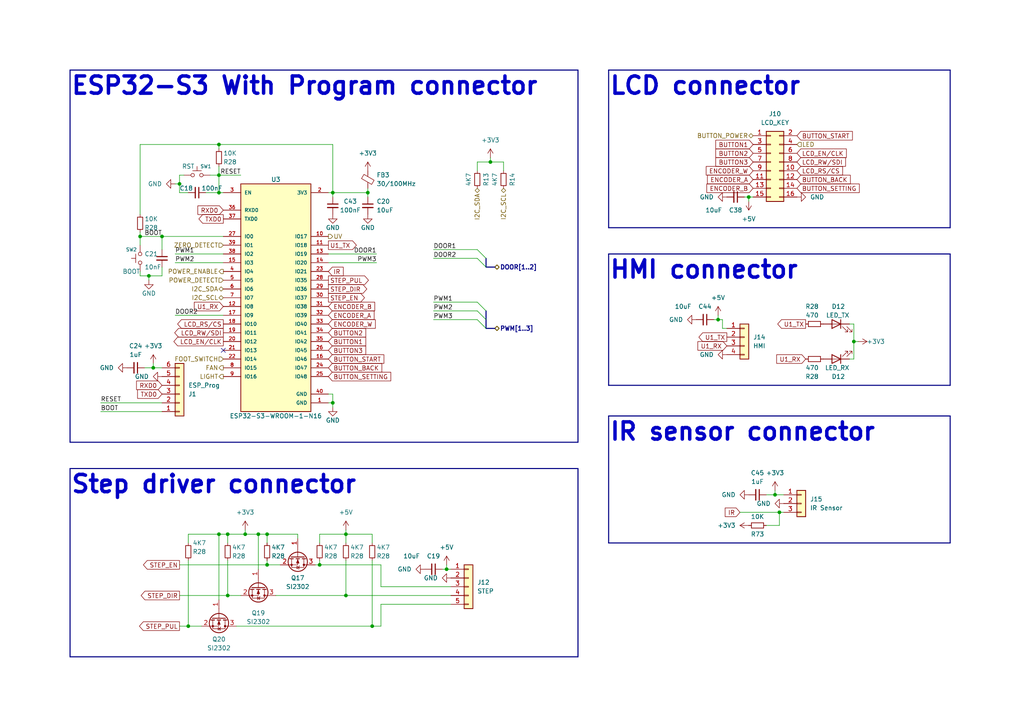
<source format=kicad_sch>
(kicad_sch (version 20230121) (generator eeschema)
  (paper "A4")
  (lib_symbols
    (symbol "Anh_Symbols:ESP32-S3-WROOM-1-N16" (pin_names (offset 1.016))
      (property "Reference" "U" (at -10.16 34.1122 0))
      (property "Value" "ESP32-S3-WROOM-1-N16" (at -10.16 -35.56 0))
      (symbol "ESP32-S3-WROOM-1-N16_0_0"
        (rectangle (start -10.16 -33.02) (end 10.16 33.02) (stroke (width 0.254)) (fill (type background)))
        (pin bidirectional line (at 15.24 17.78 180) (length 5.08) (name "IO17") (number "10"))
        (pin bidirectional line (at 15.24 15.24 180) (length 5.08) (name "IO18") (number "11"))
        (pin bidirectional line (at -15.24 -2.54 0) (length 5.08) (name "IO8") (number "12"))
        (pin bidirectional line (at 15.24 12.7 180) (length 5.08) (name "IO19") (number "13"))
        (pin bidirectional line (at 15.24 10.16 180) (length 5.08) (name "IO20") (number "14"))
        (pin bidirectional line (at -15.24 10.16 0) (length 5.08) (name "IO3") (number "15"))
        (pin bidirectional line (at 15.24 -17.78 180) (length 5.08) (name "IO46") (number "16"))
        (pin bidirectional line (at -15.24 -5.08 0) (length 5.08) (name "IO9") (number "17"))
        (pin bidirectional line (at -15.24 -7.62 0) (length 5.08) (name "IO10") (number "18"))
        (pin bidirectional line (at -15.24 -10.16 0) (length 5.08) (name "IO11") (number "19"))
        (pin power_in line (at 15.24 30.48 180) (length 5.08) (name "3V3") (number "2"))
        (pin bidirectional line (at -15.24 -12.7 0) (length 5.08) (name "IO12") (number "20"))
        (pin bidirectional line (at -15.24 -15.24 0) (length 5.08) (name "IO13") (number "21"))
        (pin bidirectional line (at -15.24 -17.78 0) (length 5.08) (name "IO14") (number "22"))
        (pin bidirectional line (at 15.24 7.62 180) (length 5.08) (name "IO21") (number "23"))
        (pin bidirectional line (at 15.24 -20.32 180) (length 5.08) (name "IO47") (number "24"))
        (pin bidirectional line (at 15.24 -22.86 180) (length 5.08) (name "IO48") (number "25"))
        (pin bidirectional line (at 15.24 -15.24 180) (length 5.08) (name "IO45") (number "26"))
        (pin bidirectional line (at -15.24 17.78 0) (length 5.08) (name "IO0") (number "27"))
        (pin bidirectional line (at 15.24 5.08 180) (length 5.08) (name "IO35") (number "28"))
        (pin bidirectional line (at 15.24 2.54 180) (length 5.08) (name "IO36") (number "29"))
        (pin input line (at -15.24 30.48 0) (length 5.08) (name "EN") (number "3"))
        (pin bidirectional line (at 15.24 0 180) (length 5.08) (name "IO37") (number "30"))
        (pin bidirectional line (at 15.24 -2.54 180) (length 5.08) (name "IO38") (number "31"))
        (pin bidirectional line (at 15.24 -5.08 180) (length 5.08) (name "IO39") (number "32"))
        (pin bidirectional line (at 15.24 -7.62 180) (length 5.08) (name "IO40") (number "33"))
        (pin bidirectional line (at 15.24 -10.16 180) (length 5.08) (name "IO41") (number "34"))
        (pin bidirectional line (at 15.24 -12.7 180) (length 5.08) (name "IO42") (number "35"))
        (pin bidirectional line (at -15.24 25.4 0) (length 5.08) (name "RXD0") (number "36"))
        (pin bidirectional line (at -15.24 22.86 0) (length 5.08) (name "TXD0") (number "37"))
        (pin bidirectional line (at -15.24 12.7 0) (length 5.08) (name "IO2") (number "38"))
        (pin bidirectional line (at -15.24 15.24 0) (length 5.08) (name "IO1") (number "39"))
        (pin bidirectional line (at -15.24 7.62 0) (length 5.08) (name "IO4") (number "4"))
        (pin bidirectional line (at -15.24 5.08 0) (length 5.08) (name "IO5") (number "5"))
        (pin bidirectional line (at -15.24 2.54 0) (length 5.08) (name "IO6") (number "6"))
        (pin bidirectional line (at -15.24 0 0) (length 5.08) (name "IO7") (number "7"))
        (pin bidirectional line (at -15.24 -20.32 0) (length 5.08) (name "IO15") (number "8"))
        (pin bidirectional line (at -15.24 -22.86 0) (length 5.08) (name "IO16") (number "9"))
      )
      (symbol "ESP32-S3-WROOM-1-N16_1_0"
        (pin power_in line (at 15.24 -30.48 180) (length 5.08) (name "GND") (number "1"))
        (pin power_in line (at 15.24 -27.94 180) (length 5.08) (name "GND") (number "40"))
        (pin power_in line (at 15.24 -27.94 180) (length 5.08) hide (name "GND") (number "41_1"))
        (pin power_in line (at 15.24 -27.94 180) (length 5.08) hide (name "GND") (number "41_2"))
        (pin power_in line (at 15.24 -27.94 180) (length 5.08) hide (name "GND") (number "41_3"))
        (pin power_in line (at 15.24 -27.94 180) (length 5.08) hide (name "GND") (number "41_4"))
        (pin power_in line (at 15.24 -27.94 180) (length 5.08) hide (name "GND") (number "41_5"))
        (pin power_in line (at 15.24 -27.94 180) (length 5.08) hide (name "GND") (number "41_6"))
        (pin power_in line (at 15.24 -27.94 180) (length 5.08) hide (name "GND") (number "41_7"))
        (pin power_in line (at 15.24 -27.94 180) (length 5.08) hide (name "GND") (number "41_8"))
        (pin power_in line (at 15.24 -27.94 180) (length 5.08) hide (name "GND") (number "41_9"))
      )
    )
    (symbol "Anh_Symbols:SW_Button1" (pin_numbers hide) (pin_names hide)
      (property "Reference" "SW" (at 0 3.81 0))
      (symbol "SW_Button1_0_1"
        (circle (center -1.27 0) (radius 0.508))
        (polyline (pts (xy 0 1.27) (xy 0 2.54)))
        (polyline (pts (xy 1.27 1.27) (xy -1.27 1.27)))
        (circle (center 1.27 0) (radius 0.508))
      )
      (symbol "SW_Button1_1_1"
        (pin passive line (at -3.81 0 0) (length 2) (name "1") (number "1"))
        (pin passive line (at 3.81 0 180) (length 2) (name "2") (number "2"))
      )
    )
    (symbol "Connector_Generic:Conn_01x03" (pin_names (offset 1.016) hide)
      (property "Reference" "J" (at 0 5.08 0))
      (property "Value" "Conn_01x03" (at 0 -5.08 0))
      (symbol "Conn_01x03_1_1"
        (rectangle (start -1.27 -2.413) (end 0 -2.667) (stroke (width 0.1524)))
        (rectangle (start -1.27 0.127) (end 0 -0.127) (stroke (width 0.1524)))
        (rectangle (start -1.27 2.667) (end 0 2.413) (stroke (width 0.1524)))
        (rectangle (start -1.27 3.81) (end 1.27 -3.81) (stroke (width 0.254)) (fill (type background)))
        (pin passive line (at -5.08 2.54 0) (length 3.81) (name "Pin_1") (number "1"))
        (pin passive line (at -5.08 0 0) (length 3.81) (name "Pin_2") (number "2"))
        (pin passive line (at -5.08 -2.54 0) (length 3.81) (name "Pin_3") (number "3"))
      )
    )
    (symbol "Connector_Generic:Conn_01x04" (pin_names (offset 1.016) hide)
      (property "Reference" "J" (at 0 5.08 0))
      (property "Value" "Conn_01x04" (at 0 -7.62 0))
      (symbol "Conn_01x04_1_1"
        (rectangle (start -1.27 -4.953) (end 0 -5.207) (stroke (width 0.1524)))
        (rectangle (start -1.27 -2.413) (end 0 -2.667) (stroke (width 0.1524)))
        (rectangle (start -1.27 0.127) (end 0 -0.127) (stroke (width 0.1524)))
        (rectangle (start -1.27 2.667) (end 0 2.413) (stroke (width 0.1524)))
        (rectangle (start -1.27 3.81) (end 1.27 -6.35) (stroke (width 0.254)) (fill (type background)))
        (pin passive line (at -5.08 2.54 0) (length 3.81) (name "Pin_1") (number "1"))
        (pin passive line (at -5.08 0 0) (length 3.81) (name "Pin_2") (number "2"))
        (pin passive line (at -5.08 -2.54 0) (length 3.81) (name "Pin_3") (number "3"))
        (pin passive line (at -5.08 -5.08 0) (length 3.81) (name "Pin_4") (number "4"))
      )
    )
    (symbol "Connector_Generic:Conn_01x05" (pin_names (offset 1.016) hide)
      (property "Reference" "J" (at 0 7.62 0))
      (property "Value" "Conn_01x05" (at 0 -7.62 0))
      (symbol "Conn_01x05_1_1"
        (rectangle (start -1.27 -4.953) (end 0 -5.207) (stroke (width 0.1524)))
        (rectangle (start -1.27 -2.413) (end 0 -2.667) (stroke (width 0.1524)))
        (rectangle (start -1.27 0.127) (end 0 -0.127) (stroke (width 0.1524)))
        (rectangle (start -1.27 2.667) (end 0 2.413) (stroke (width 0.1524)))
        (rectangle (start -1.27 5.207) (end 0 4.953) (stroke (width 0.1524)))
        (rectangle (start -1.27 6.35) (end 1.27 -6.35) (stroke (width 0.254)) (fill (type background)))
        (pin passive line (at -5.08 5.08 0) (length 3.81) (name "Pin_1") (number "1"))
        (pin passive line (at -5.08 2.54 0) (length 3.81) (name "Pin_2") (number "2"))
        (pin passive line (at -5.08 0 0) (length 3.81) (name "Pin_3") (number "3"))
        (pin passive line (at -5.08 -2.54 0) (length 3.81) (name "Pin_4") (number "4"))
        (pin passive line (at -5.08 -5.08 0) (length 3.81) (name "Pin_5") (number "5"))
      )
    )
    (symbol "Connector_Generic:Conn_01x06" (pin_names (offset 1.016) hide)
      (property "Reference" "J" (at 0 7.62 0))
      (property "Value" "Conn_01x06" (at 0 -10.16 0))
      (symbol "Conn_01x06_1_1"
        (rectangle (start -1.27 -7.493) (end 0 -7.747) (stroke (width 0.1524)))
        (rectangle (start -1.27 -4.953) (end 0 -5.207) (stroke (width 0.1524)))
        (rectangle (start -1.27 -2.413) (end 0 -2.667) (stroke (width 0.1524)))
        (rectangle (start -1.27 0.127) (end 0 -0.127) (stroke (width 0.1524)))
        (rectangle (start -1.27 2.667) (end 0 2.413) (stroke (width 0.1524)))
        (rectangle (start -1.27 5.207) (end 0 4.953) (stroke (width 0.1524)))
        (rectangle (start -1.27 6.35) (end 1.27 -8.89) (stroke (width 0.254)) (fill (type background)))
        (pin passive line (at -5.08 5.08 0) (length 3.81) (name "Pin_1") (number "1"))
        (pin passive line (at -5.08 2.54 0) (length 3.81) (name "Pin_2") (number "2"))
        (pin passive line (at -5.08 0 0) (length 3.81) (name "Pin_3") (number "3"))
        (pin passive line (at -5.08 -2.54 0) (length 3.81) (name "Pin_4") (number "4"))
        (pin passive line (at -5.08 -5.08 0) (length 3.81) (name "Pin_5") (number "5"))
        (pin passive line (at -5.08 -7.62 0) (length 3.81) (name "Pin_6") (number "6"))
      )
    )
    (symbol "Connector_Generic:Conn_02x08_Odd_Even" (pin_names (offset 1.016) hide)
      (property "Reference" "J" (at 1.27 10.16 0))
      (property "Value" "Conn_02x08_Odd_Even" (at 1.27 -12.7 0))
      (symbol "Conn_02x08_Odd_Even_1_1"
        (rectangle (start -1.27 -10.033) (end 0 -10.287) (stroke (width 0.1524)))
        (rectangle (start -1.27 -7.493) (end 0 -7.747) (stroke (width 0.1524)))
        (rectangle (start -1.27 -4.953) (end 0 -5.207) (stroke (width 0.1524)))
        (rectangle (start -1.27 -2.413) (end 0 -2.667) (stroke (width 0.1524)))
        (rectangle (start -1.27 0.127) (end 0 -0.127) (stroke (width 0.1524)))
        (rectangle (start -1.27 2.667) (end 0 2.413) (stroke (width 0.1524)))
        (rectangle (start -1.27 5.207) (end 0 4.953) (stroke (width 0.1524)))
        (rectangle (start -1.27 7.747) (end 0 7.493) (stroke (width 0.1524)))
        (rectangle (start -1.27 8.89) (end 3.81 -11.43) (stroke (width 0.254)) (fill (type background)))
        (rectangle (start 3.81 -10.033) (end 2.54 -10.287) (stroke (width 0.1524)))
        (rectangle (start 3.81 -7.493) (end 2.54 -7.747) (stroke (width 0.1524)))
        (rectangle (start 3.81 -4.953) (end 2.54 -5.207) (stroke (width 0.1524)))
        (rectangle (start 3.81 -2.413) (end 2.54 -2.667) (stroke (width 0.1524)))
        (rectangle (start 3.81 0.127) (end 2.54 -0.127) (stroke (width 0.1524)))
        (rectangle (start 3.81 2.667) (end 2.54 2.413) (stroke (width 0.1524)))
        (rectangle (start 3.81 5.207) (end 2.54 4.953) (stroke (width 0.1524)))
        (rectangle (start 3.81 7.747) (end 2.54 7.493) (stroke (width 0.1524)))
        (pin passive line (at -5.08 7.62 0) (length 3.81) (name "Pin_1") (number "1"))
        (pin passive line (at 7.62 -2.54 180) (length 3.81) (name "Pin_10") (number "10"))
        (pin passive line (at -5.08 -5.08 0) (length 3.81) (name "Pin_11") (number "11"))
        (pin passive line (at 7.62 -5.08 180) (length 3.81) (name "Pin_12") (number "12"))
        (pin passive line (at -5.08 -7.62 0) (length 3.81) (name "Pin_13") (number "13"))
        (pin passive line (at 7.62 -7.62 180) (length 3.81) (name "Pin_14") (number "14"))
        (pin passive line (at -5.08 -10.16 0) (length 3.81) (name "Pin_15") (number "15"))
        (pin passive line (at 7.62 -10.16 180) (length 3.81) (name "Pin_16") (number "16"))
        (pin passive line (at 7.62 7.62 180) (length 3.81) (name "Pin_2") (number "2"))
        (pin passive line (at -5.08 5.08 0) (length 3.81) (name "Pin_3") (number "3"))
        (pin passive line (at 7.62 5.08 180) (length 3.81) (name "Pin_4") (number "4"))
        (pin passive line (at -5.08 2.54 0) (length 3.81) (name "Pin_5") (number "5"))
        (pin passive line (at 7.62 2.54 180) (length 3.81) (name "Pin_6") (number "6"))
        (pin passive line (at -5.08 0 0) (length 3.81) (name "Pin_7") (number "7"))
        (pin passive line (at 7.62 0 180) (length 3.81) (name "Pin_8") (number "8"))
        (pin passive line (at -5.08 -2.54 0) (length 3.81) (name "Pin_9") (number "9"))
      )
    )
    (symbol "Device:C_Small" (pin_numbers hide) (pin_names (offset 0.254) hide)
      (property "Reference" "C" (at 0.254 1.778 0))
      (property "Value" "C_Small" (at 0.254 -2.032 0))
      (symbol "C_Small_0_1"
        (polyline (pts (xy -1.524 -0.508) (xy 1.524 -0.508)) (stroke (width 0.3302)))
        (polyline (pts (xy -1.524 0.508) (xy 1.524 0.508)) (stroke (width 0.3048)))
      )
      (symbol "C_Small_1_1"
        (pin passive line (at 0 2.54 270) (length 2.032) (name "~") (number "1"))
        (pin passive line (at 0 -2.54 90) (length 2.032) (name "~") (number "2"))
      )
    )
    (symbol "Device:FerriteBead_Small" (pin_numbers hide) (pin_names (offset 0))
      (property "Reference" "FB" (at 1.905 1.27 0))
      (property "Value" "FerriteBead_Small" (at 1.905 -1.27 0))
      (symbol "FerriteBead_Small_0_1"
        (polyline (pts (xy 0 -1.27) (xy 0 -0.7874)))
        (polyline (pts (xy 0 0.889) (xy 0 1.2954)))
        (polyline (pts (xy -1.8288 0.2794) (xy -1.1176 1.4986) (xy 1.8288 -0.2032) (xy 1.1176 -1.4224) (xy -1.8288 0.2794)))
      )
      (symbol "FerriteBead_Small_1_1"
        (pin passive line (at 0 2.54 270) (length 1.27) (name "~") (number "1"))
        (pin passive line (at 0 -2.54 90) (length 1.27) (name "~") (number "2"))
      )
    )
    (symbol "Device:LED" (pin_numbers hide) (pin_names (offset 1.016) hide)
      (property "Reference" "D" (at 0 2.54 0))
      (property "Value" "LED" (at 0 -2.54 0))
      (symbol "LED_0_1"
        (polyline (pts (xy -1.27 -1.27) (xy -1.27 1.27)) (stroke (width 0.254)))
        (polyline (pts (xy -1.27 0) (xy 1.27 0)))
        (polyline (pts (xy 1.27 -1.27) (xy 1.27 1.27) (xy -1.27 0) (xy 1.27 -1.27)) (stroke (width 0.254)))
        (polyline (pts (xy -3.048 -0.762) (xy -4.572 -2.286) (xy -3.81 -2.286) (xy -4.572 -2.286) (xy -4.572 -1.524)))
        (polyline (pts (xy -1.778 -0.762) (xy -3.302 -2.286) (xy -2.54 -2.286) (xy -3.302 -2.286) (xy -3.302 -1.524)))
      )
      (symbol "LED_1_1"
        (pin passive line (at -3.81 0 0) (length 2.54) (name "K") (number "1"))
        (pin passive line (at 3.81 0 180) (length 2.54) (name "A") (number "2"))
      )
    )
    (symbol "Device:R_Small" (pin_numbers hide) (pin_names (offset 0.254) hide)
      (property "Reference" "R" (at 0.762 0.508 0))
      (property "Value" "R_Small" (at 0.762 -1.016 0))
      (symbol "R_Small_0_1"
        (rectangle (start -0.762 1.778) (end 0.762 -1.778) (stroke (width 0.2032)))
      )
      (symbol "R_Small_1_1"
        (pin passive line (at 0 2.54 270) (length 0.762) (name "~") (number "1"))
        (pin passive line (at 0 -2.54 90) (length 0.762) (name "~") (number "2"))
      )
    )
    (symbol "Transistor_FET:DMN13H750S" (pin_names hide)
      (property "Reference" "Q" (at 5.08 1.905 0))
      (property "Value" "DMN13H750S" (at 5.08 0 0))
      (symbol "DMN13H750S_0_1"
        (polyline (pts (xy 0.254 0) (xy -2.54 0)))
        (polyline (pts (xy 0.254 1.905) (xy 0.254 -1.905)) (stroke (width 0.254)))
        (polyline (pts (xy 0.762 -1.27) (xy 0.762 -2.286)) (stroke (width 0.254)))
        (polyline (pts (xy 0.762 0.508) (xy 0.762 -0.508)) (stroke (width 0.254)))
        (polyline (pts (xy 0.762 2.286) (xy 0.762 1.27)) (stroke (width 0.254)))
        (polyline (pts (xy 2.54 2.54) (xy 2.54 1.778)))
        (polyline (pts (xy 2.54 -2.54) (xy 2.54 0) (xy 0.762 0)))
        (polyline (pts (xy 0.762 -1.778) (xy 3.302 -1.778) (xy 3.302 1.778) (xy 0.762 1.778)))
        (polyline (pts (xy 1.016 0) (xy 2.032 0.381) (xy 2.032 -0.381) (xy 1.016 0)) (fill (type outline)))
        (polyline (pts (xy 2.794 0.508) (xy 2.921 0.381) (xy 3.683 0.381) (xy 3.81 0.254)))
        (polyline (pts (xy 3.302 0.381) (xy 2.921 -0.254) (xy 3.683 -0.254) (xy 3.302 0.381)))
        (circle (center 1.651 0) (radius 2.794) (stroke (width 0.254)))
        (circle (center 2.54 -1.778) (radius 0.254) (fill (type outline)))
        (circle (center 2.54 1.778) (radius 0.254) (fill (type outline)))
      )
      (symbol "DMN13H750S_1_1"
        (pin input line (at -5.08 0 0) (length 2.54) (name "G") (number "1"))
        (pin passive line (at 2.54 -5.08 90) (length 2.54) (name "S") (number "2"))
        (pin passive line (at 2.54 5.08 270) (length 2.54) (name "D") (number "3"))
      )
    )
    (symbol "power:+3V3" (power) (pin_names (offset 0))
      (property "Value" "+3V3" (at 0 3.556 0))
      (symbol "+3V3_0_1"
        (polyline (pts (xy -0.762 1.27) (xy 0 2.54)))
        (polyline (pts (xy 0 0) (xy 0 2.54)))
        (polyline (pts (xy 0 2.54) (xy 0.762 1.27)))
      )
      (symbol "+3V3_1_1"
        (pin power_in line (at 0 0 90) (length 0) hide (name "+3V3") (number "1"))
      )
    )
    (symbol "power:+5V" (power) (pin_names (offset 0))
      (property "Value" "+5V" (at 0 3.556 0))
      (symbol "+5V_0_1"
        (polyline (pts (xy -0.762 1.27) (xy 0 2.54)))
        (polyline (pts (xy 0 0) (xy 0 2.54)))
        (polyline (pts (xy 0 2.54) (xy 0.762 1.27)))
      )
      (symbol "+5V_1_1"
        (pin power_in line (at 0 0 90) (length 0) hide (name "+5V") (number "1"))
      )
    )
    (symbol "power:GND" (power) (pin_names (offset 0))
      (property "Value" "GND" (at 0 -3.81 0))
      (symbol "GND_0_1"
        (polyline (pts (xy 0 0) (xy 0 -1.27) (xy 1.27 -1.27) (xy 0 -2.54) (xy -1.27 -1.27) (xy 0 -1.27)))
      )
      (symbol "GND_1_1"
        (pin power_in line (at 0 0 270) (length 0) hide (name "GND") (number "1"))
      )
    )
  )
  (junction (at 92.71 163.83))
  (junction (at 66.04 172.72))
  (junction (at 217.17 57.15))
  (junction (at 224.79 143.51))
  (junction (at 247.65 99.06))
  (junction (at 74.93 154.94))
  (junction (at 96.52 116.84))
  (junction (at 100.33 154.94))
  (junction (at 44.45 106.68))
  (junction (at 63.5 154.94))
  (junction (at 66.04 154.94))
  (junction (at 106.68 55.88))
  (junction (at 77.47 154.94))
  (junction (at 107.95 181.61))
  (junction (at 54.61 181.61))
  (junction (at 46.99 68.58))
  (junction (at 43.18 80.01))
  (junction (at 208.28 92.71))
  (junction (at 100.33 172.72))
  (junction (at 63.5 41.91))
  (junction (at 226.06 148.59))
  (junction (at 63.5 50.8))
  (junction (at 142.24 46.99))
  (junction (at 40.64 68.58))
  (junction (at 63.5 55.88))
  (junction (at 71.12 154.94))
  (junction (at 96.52 55.88))
  (junction (at 77.47 163.83))
  (junction (at 52.07 53.34))
  (junction (at 129.54 165.1))
  (no_connect (at 64.77 101.6))
  (bus_entry (at 138.43 90.17) (size 2.54 2.54))
  (bus_entry (at 138.43 87.63) (size 2.54 2.54))
  (bus_entry (at 138.43 74.93) (size 2.54 2.54))
  (bus_entry (at 138.43 72.39) (size 2.54 2.54))
  (bus_entry (at 138.43 92.71) (size 2.54 2.54))
  (wire (pts (xy 110.49 181.61) (xy 107.95 181.61)))
  (wire (pts (xy 96.52 114.3) (xy 96.52 116.84)))
  (wire (pts (xy 43.18 80.01) (xy 40.64 80.01)))
  (wire (pts (xy 46.99 68.58) (xy 64.77 68.58)))
  (wire (pts (xy 63.5 55.88) (xy 63.5 50.8)))
  (bus (pts (xy 167.64 135.89) (xy 20.32 135.89)))
  (bus (pts (xy 275.59 120.65) (xy 275.59 157.48)))
  (bus (pts (xy 176.53 111.76) (xy 275.59 111.76)))
  (bus (pts (xy 176.53 20.32) (xy 275.59 20.32)))
  (wire (pts (xy 125.73 90.17) (xy 138.43 90.17)))
  (wire (pts (xy 208.28 92.71) (xy 208.28 91.44)))
  (bus (pts (xy 176.53 157.48) (xy 275.59 157.48)))
  (wire (pts (xy 40.64 68.58) (xy 40.64 71.12)))
  (wire (pts (xy 54.61 55.88) (xy 52.07 55.88)))
  (wire (pts (xy 44.45 106.68) (xy 46.99 106.68)))
  (wire (pts (xy 110.49 163.83) (xy 92.71 163.83)))
  (bus (pts (xy 167.64 20.32) (xy 167.64 128.27)))
  (wire (pts (xy 209.55 95.25) (xy 210.82 95.25)))
  (bus (pts (xy 167.64 128.27) (xy 20.32 128.27)))
  (bus (pts (xy 176.53 73.66) (xy 176.53 111.76)))
  (wire (pts (xy 77.47 154.94) (xy 77.47 157.48)))
  (wire (pts (xy 209.55 92.71) (xy 209.55 95.25)))
  (wire (pts (xy 52.07 172.72) (xy 66.04 172.72)))
  (wire (pts (xy 246.38 93.98) (xy 247.65 93.98)))
  (wire (pts (xy 46.99 80.01) (xy 43.18 80.01)))
  (wire (pts (xy 224.79 142.24) (xy 224.79 143.51)))
  (wire (pts (xy 63.5 50.8) (xy 60.96 50.8)))
  (wire (pts (xy 96.52 55.88) (xy 106.68 55.88)))
  (bus (pts (xy 20.32 135.89) (xy 20.32 190.5)))
  (bus (pts (xy 176.53 20.32) (xy 176.53 66.04)))
  (wire (pts (xy 100.33 154.94) (xy 100.33 157.48)))
  (bus (pts (xy 140.97 90.17) (xy 140.97 92.71)))
  (wire (pts (xy 106.68 54.61) (xy 106.68 55.88)))
  (bus (pts (xy 275.59 111.76) (xy 275.59 73.66)))
  (wire (pts (xy 52.07 50.8) (xy 53.34 50.8)))
  (wire (pts (xy 214.63 148.59) (xy 226.06 148.59)))
  (wire (pts (xy 125.73 92.71) (xy 138.43 92.71)))
  (wire (pts (xy 63.5 55.88) (xy 59.69 55.88)))
  (wire (pts (xy 54.61 154.94) (xy 63.5 154.94)))
  (wire (pts (xy 92.71 154.94) (xy 92.71 157.48)))
  (wire (pts (xy 222.25 152.4) (xy 226.06 152.4)))
  (wire (pts (xy 100.33 153.67) (xy 100.33 154.94)))
  (wire (pts (xy 40.64 67.31) (xy 40.64 68.58)))
  (wire (pts (xy 40.64 80.01) (xy 40.64 78.74)))
  (wire (pts (xy 52.07 181.61) (xy 54.61 181.61)))
  (wire (pts (xy 100.33 172.72) (xy 130.81 172.72)))
  (wire (pts (xy 77.47 163.83) (xy 81.28 163.83)))
  (wire (pts (xy 77.47 154.94) (xy 86.36 154.94)))
  (wire (pts (xy 110.49 175.26) (xy 130.81 175.26)))
  (wire (pts (xy 50.8 73.66) (xy 64.77 73.66)))
  (wire (pts (xy 125.73 74.93) (xy 138.43 74.93)))
  (wire (pts (xy 110.49 175.26) (xy 110.49 181.61)))
  (wire (pts (xy 71.12 154.94) (xy 74.93 154.94)))
  (wire (pts (xy 100.33 172.72) (xy 80.01 172.72)))
  (wire (pts (xy 100.33 154.94) (xy 92.71 154.94)))
  (bus (pts (xy 20.32 190.5) (xy 167.64 190.5)))
  (wire (pts (xy 54.61 162.56) (xy 54.61 181.61)))
  (wire (pts (xy 63.5 48.26) (xy 63.5 50.8)))
  (wire (pts (xy 107.95 157.48) (xy 107.95 154.94)))
  (bus (pts (xy 275.59 20.32) (xy 275.59 66.04)))
  (wire (pts (xy 226.06 152.4) (xy 226.06 148.59)))
  (wire (pts (xy 95.25 114.3) (xy 96.52 114.3)))
  (wire (pts (xy 29.21 119.38) (xy 46.99 119.38)))
  (wire (pts (xy 247.65 93.98) (xy 247.65 99.06)))
  (bus (pts (xy 140.97 92.71) (xy 140.97 95.25)))
  (wire (pts (xy 50.8 91.44) (xy 64.77 91.44)))
  (wire (pts (xy 142.24 45.72) (xy 142.24 46.99)))
  (wire (pts (xy 125.73 87.63) (xy 138.43 87.63)))
  (wire (pts (xy 63.5 43.18) (xy 63.5 41.91)))
  (wire (pts (xy 96.52 116.84) (xy 95.25 116.84)))
  (wire (pts (xy 63.5 173.99) (xy 63.5 154.94)))
  (wire (pts (xy 63.5 41.91) (xy 96.52 41.91)))
  (wire (pts (xy 52.07 55.88) (xy 52.07 53.34)))
  (bus (pts (xy 20.32 20.32) (xy 167.64 20.32)))
  (wire (pts (xy 52.07 50.8) (xy 52.07 53.34)))
  (wire (pts (xy 52.07 53.34) (xy 50.8 53.34)))
  (wire (pts (xy 63.5 154.94) (xy 66.04 154.94)))
  (wire (pts (xy 208.28 92.71) (xy 209.55 92.71)))
  (bus (pts (xy 167.64 135.89) (xy 167.64 190.5)))
  (wire (pts (xy 54.61 154.94) (xy 54.61 157.48)))
  (wire (pts (xy 100.33 162.56) (xy 100.33 172.72)))
  (wire (pts (xy 50.8 76.2) (xy 64.77 76.2)))
  (bus (pts (xy 140.97 77.47) (xy 143.51 77.47)))
  (wire (pts (xy 207.01 92.71) (xy 208.28 92.71)))
  (wire (pts (xy 107.95 162.56) (xy 107.95 181.61)))
  (wire (pts (xy 248.92 99.06) (xy 247.65 99.06)))
  (wire (pts (xy 215.9 57.15) (xy 217.17 57.15)))
  (wire (pts (xy 138.43 46.99) (xy 138.43 49.53)))
  (wire (pts (xy 217.17 57.15) (xy 217.17 58.42)))
  (wire (pts (xy 222.25 143.51) (xy 224.79 143.51)))
  (bus (pts (xy 176.53 73.66) (xy 275.59 73.66)))
  (wire (pts (xy 66.04 172.72) (xy 69.85 172.72)))
  (wire (pts (xy 217.17 57.15) (xy 218.44 57.15)))
  (wire (pts (xy 46.99 68.58) (xy 46.99 72.39)))
  (wire (pts (xy 142.24 46.99) (xy 138.43 46.99)))
  (wire (pts (xy 224.79 143.51) (xy 227.33 143.51)))
  (bus (pts (xy 176.53 120.65) (xy 176.53 157.48)))
  (bus (pts (xy 140.97 95.25) (xy 143.51 95.25)))
  (bus (pts (xy 20.32 128.27) (xy 20.32 20.32)))
  (wire (pts (xy 71.12 153.67) (xy 71.12 154.94)))
  (wire (pts (xy 69.85 50.8) (xy 63.5 50.8)))
  (wire (pts (xy 146.05 49.53) (xy 146.05 46.99)))
  (bus (pts (xy 275.59 120.65) (xy 176.53 120.65)))
  (wire (pts (xy 130.81 170.18) (xy 110.49 170.18)))
  (wire (pts (xy 54.61 181.61) (xy 58.42 181.61)))
  (wire (pts (xy 91.44 163.83) (xy 92.71 163.83)))
  (wire (pts (xy 74.93 154.94) (xy 74.93 165.1)))
  (wire (pts (xy 96.52 55.88) (xy 96.52 57.15)))
  (wire (pts (xy 86.36 154.94) (xy 86.36 156.21)))
  (wire (pts (xy 63.5 55.88) (xy 64.77 55.88)))
  (wire (pts (xy 146.05 46.99) (xy 142.24 46.99)))
  (wire (pts (xy 77.47 162.56) (xy 77.47 163.83)))
  (wire (pts (xy 29.21 116.84) (xy 46.99 116.84)))
  (wire (pts (xy 46.99 68.58) (xy 40.64 68.58)))
  (wire (pts (xy 226.06 148.59) (xy 227.33 148.59)))
  (wire (pts (xy 41.91 106.68) (xy 44.45 106.68)))
  (wire (pts (xy 125.73 72.39) (xy 138.43 72.39)))
  (wire (pts (xy 66.04 154.94) (xy 66.04 157.48)))
  (wire (pts (xy 52.07 163.83) (xy 77.47 163.83)))
  (wire (pts (xy 106.68 55.88) (xy 106.68 57.15)))
  (wire (pts (xy 107.95 181.61) (xy 68.58 181.61)))
  (wire (pts (xy 247.65 99.06) (xy 247.65 104.14)))
  (wire (pts (xy 247.65 104.14) (xy 246.38 104.14)))
  (wire (pts (xy 92.71 163.83) (xy 92.71 162.56)))
  (wire (pts (xy 129.54 165.1) (xy 130.81 165.1)))
  (wire (pts (xy 95.25 55.88) (xy 96.52 55.88)))
  (wire (pts (xy 66.04 154.94) (xy 71.12 154.94)))
  (wire (pts (xy 109.22 73.66) (xy 95.25 73.66)))
  (wire (pts (xy 74.93 154.94) (xy 77.47 154.94)))
  (wire (pts (xy 66.04 162.56) (xy 66.04 172.72)))
  (wire (pts (xy 95.25 76.2) (xy 109.22 76.2)))
  (wire (pts (xy 43.18 80.01) (xy 43.18 81.28)))
  (wire (pts (xy 96.52 41.91) (xy 96.52 55.88)))
  (wire (pts (xy 129.54 163.83) (xy 129.54 165.1)))
  (wire (pts (xy 44.45 105.41) (xy 44.45 106.68)))
  (wire (pts (xy 107.95 154.94) (xy 100.33 154.94)))
  (bus (pts (xy 275.59 66.04) (xy 176.53 66.04)))
  (wire (pts (xy 128.27 165.1) (xy 129.54 165.1)))
  (wire (pts (xy 110.49 170.18) (xy 110.49 163.83)))
  (wire (pts (xy 46.99 77.47) (xy 46.99 80.01)))
  (wire (pts (xy 96.52 116.84) (xy 96.52 118.11)))
  (wire (pts (xy 40.64 41.91) (xy 63.5 41.91)))
  (bus (pts (xy 140.97 74.93) (xy 140.97 77.47)))
  (wire (pts (xy 40.64 41.91) (xy 40.64 62.23)))
  (text "LCD connector" (at 176.53 27.94 0) (effects (font (size 5 5) bold) (justify left bottom)))
  (text "HMI connector" (at 176.53 81.28 0) (effects (font (size 5 5) bold) (justify left bottom)))
  (text "IR sensor connector" (at 176.53 128.27 0) (effects (font (size 5 5) bold) (justify left bottom)))
  (text "Step driver connector" (at 20.32 143.51 0) (effects (font (size 5 5) (thickness 1) bold) (justify left bottom)))
  (text "ESP32-S3 With Program connector" (at 20.32 27.94 0) (effects (font (size 5 5) (thickness 1) bold) (justify left bottom)))
  (label "DOOR2" (at 50.8 91.44 0))
  (label "RESET" (at 69.85 50.8 180))
  (label "PWM2" (at 50.8 76.2 0))
  (label "DOOR2" (at 125.73 74.93 0))
  (label "DOOR1" (at 125.73 72.39 0))
  (label "DOOR1" (at 109.22 73.66 180))
  (label "PWM2" (at 125.73 90.17 0))
  (label "PWM1" (at 125.73 87.63 0))
  (label "BOOT" (at 29.21 119.38 0))
  (label "PWM1" (at 50.8 73.66 0))
  (label "PWM3" (at 125.73 92.71 0))
  (label "RESET" (at 29.21 116.84 0))
  (label "BOOT" (at 46.99 68.58 180))
  (label "PWM3" (at 109.22 76.2 180))
  (global_label "U1_TX" (shape output) (at 95.25 71.12 0) (property "Intersheetrefs" "${INTERSHEET_REFS}" (effects hide)))
  (global_label "BUTTON1" (shape input) (at 218.44 41.91 180) (property "Intersheetrefs" "${INTERSHEET_REFS}" (effects hide)))
  (global_label "ENCODER_B" (shape input) (at 218.44 54.61 180) (property "Intersheetrefs" "${INTERSHEET_REFS}" (effects hide)))
  (global_label "BUTTON_START" (shape input) (at 231.14 39.37 0) (property "Intersheetrefs" "${INTERSHEET_REFS}" (effects hide)))
  (global_label "BUTTON_SETTING" (shape input) (at 231.14 54.61 0) (property "Intersheetrefs" "${INTERSHEET_REFS}" (effects hide)))
  (global_label "BUTTON1" (shape input) (at 95.25 99.06 0) (property "Intersheetrefs" "${INTERSHEET_REFS}" (effects hide)))
  (global_label "U1_RX" (shape input) (at 233.68 104.14 180) (property "Intersheetrefs" "${INTERSHEET_REFS}" (effects hide)))
  (global_label "ENCODER_W" (shape input) (at 95.25 93.98 0) (property "Intersheetrefs" "${INTERSHEET_REFS}" (effects hide)))
  (global_label "STEP_EN" (shape output) (at 52.07 163.83 180) (property "Intersheetrefs" "${INTERSHEET_REFS}" (effects hide)))
  (global_label "STEP_DIR" (shape output) (at 95.25 83.82 0) (property "Intersheetrefs" "${INTERSHEET_REFS}" (effects hide)))
  (global_label "LCD_RS{slash}CS" (shape output) (at 64.77 93.98 180) (property "Intersheetrefs" "${INTERSHEET_REFS}" (effects hide)))
  (global_label "ENCODER_A" (shape input) (at 218.44 52.07 180) (property "Intersheetrefs" "${INTERSHEET_REFS}" (effects hide)))
  (global_label "U1_TX" (shape output) (at 210.82 97.79 180) (property "Intersheetrefs" "${INTERSHEET_REFS}" (effects hide)))
  (global_label "ENCODER_W" (shape input) (at 218.44 49.53 180) (property "Intersheetrefs" "${INTERSHEET_REFS}" (effects hide)))
  (global_label "LCD_EN{slash}CLK" (shape input) (at 231.14 44.45 0) (property "Intersheetrefs" "${INTERSHEET_REFS}" (effects hide)))
  (global_label "STEP_PUL" (shape output) (at 52.07 181.61 180) (property "Intersheetrefs" "${INTERSHEET_REFS}" (effects hide)))
  (global_label "IR" (shape input) (at 214.63 148.59 180) (property "Intersheetrefs" "${INTERSHEET_REFS}" (effects hide)))
  (global_label "BUTTON_SETTING" (shape input) (at 95.25 109.22 0) (property "Intersheetrefs" "${INTERSHEET_REFS}" (effects hide)))
  (global_label "TXD0" (shape input) (at 46.99 114.3 180) (property "Intersheetrefs" "${INTERSHEET_REFS}" (effects hide)))
  (global_label "ENCODER_B" (shape input) (at 95.25 88.9 0) (property "Intersheetrefs" "${INTERSHEET_REFS}" (effects hide)))
  (global_label "BUTTON2" (shape input) (at 95.25 96.52 0) (property "Intersheetrefs" "${INTERSHEET_REFS}" (effects hide)))
  (global_label "STEP_PUL" (shape output) (at 95.25 81.28 0) (property "Intersheetrefs" "${INTERSHEET_REFS}" (effects hide)))
  (global_label "LCD_RW{slash}SDI" (shape input) (at 231.14 46.99 0) (property "Intersheetrefs" "${INTERSHEET_REFS}" (effects hide)))
  (global_label "ENCODER_A" (shape input) (at 95.25 91.44 0) (property "Intersheetrefs" "${INTERSHEET_REFS}" (effects hide)))
  (global_label "U1_TX" (shape output) (at 233.68 93.98 180) (property "Intersheetrefs" "${INTERSHEET_REFS}" (effects hide)))
  (global_label "U1_RX" (shape input) (at 210.82 100.33 180) (property "Intersheetrefs" "${INTERSHEET_REFS}" (effects hide)))
  (global_label "BUTTON3" (shape input) (at 218.44 46.99 180) (property "Intersheetrefs" "${INTERSHEET_REFS}" (effects hide)))
  (global_label "RXD0" (shape input) (at 46.99 111.76 180) (property "Intersheetrefs" "${INTERSHEET_REFS}" (effects hide)))
  (global_label "LCD_RS{slash}CS" (shape input) (at 231.14 49.53 0) (property "Intersheetrefs" "${INTERSHEET_REFS}" (effects hide)))
  (global_label "TXD0" (shape output) (at 64.77 63.5 180) (property "Intersheetrefs" "${INTERSHEET_REFS}" (effects hide)))
  (global_label "U1_RX" (shape input) (at 64.77 88.9 180) (property "Intersheetrefs" "${INTERSHEET_REFS}" (effects hide)))
  (global_label "BUTTON_BACK" (shape input) (at 231.14 52.07 0) (property "Intersheetrefs" "${INTERSHEET_REFS}" (effects hide)))
  (global_label "BUTTON_BACK" (shape input) (at 95.25 106.68 0) (property "Intersheetrefs" "${INTERSHEET_REFS}" (effects hide)))
  (global_label "LCD_EN{slash}CLK" (shape output) (at 64.77 99.06 180) (property "Intersheetrefs" "${INTERSHEET_REFS}" (effects hide)))
  (global_label "STEP_EN" (shape output) (at 95.25 86.36 0) (property "Intersheetrefs" "${INTERSHEET_REFS}" (effects hide)))
  (global_label "BUTTON3" (shape input) (at 95.25 101.6 0) (property "Intersheetrefs" "${INTERSHEET_REFS}" (effects hide)))
  (global_label "RXD0" (shape input) (at 64.77 60.96 180) (property "Intersheetrefs" "${INTERSHEET_REFS}" (effects hide)))
  (global_label "STEP_DIR" (shape output) (at 52.07 172.72 180) (property "Intersheetrefs" "${INTERSHEET_REFS}" (effects hide)))
  (global_label "BUTTON_START" (shape input) (at 95.25 104.14 0) (property "Intersheetrefs" "${INTERSHEET_REFS}" (effects hide)))
  (global_label "BUTTON2" (shape input) (at 218.44 44.45 180) (property "Intersheetrefs" "${INTERSHEET_REFS}" (effects hide)))
  (global_label "LCD_RW{slash}SDI" (shape output) (at 64.77 96.52 180) (property "Intersheetrefs" "${INTERSHEET_REFS}" (effects hide)))
  (global_label "IR" (shape input) (at 95.25 78.74 0) (property "Intersheetrefs" "${INTERSHEET_REFS}" (effects hide)))
  (hierarchical_label "LED" (shape input) (at 231.14 41.91 0))
  (hierarchical_label "I2C_SCL" (shape bidirectional) (at 64.77 86.36 180))
  (hierarchical_label "ZERO_DETECT" (shape input) (at 64.77 71.12 180))
  (hierarchical_label "PWM[1..3]" (shape bidirectional) (at 143.51 95.25 0) (effects (font bold)))
  (hierarchical_label "I2C_SDA" (shape bidirectional) (at 138.43 54.61 270))
  (hierarchical_label "FOOT_SWITCH" (shape input) (at 64.77 104.14 180))
  (hierarchical_label "I2C_SDA" (shape bidirectional) (at 64.77 83.82 180))
  (hierarchical_label "LIGHT" (shape output) (at 64.77 109.22 180))
  (hierarchical_label "I2C_SCL" (shape bidirectional) (at 146.05 54.61 270))
  (hierarchical_label "DOOR[1..2]" (shape bidirectional) (at 143.51 77.47 0) (effects (font bold)))
  (hierarchical_label "BUTTON_POWER" (shape bidirectional) (at 218.44 39.37 180))
  (hierarchical_label "POWER_ENABLE" (shape output) (at 64.77 78.74 180))
  (hierarchical_label "POWER_DETECT" (shape input) (at 64.77 81.28 180))
  (hierarchical_label "UV" (shape output) (at 95.25 68.58 0))
  (hierarchical_label "FAN" (shape output) (at 64.77 106.68 180))
  (symbol (lib_id "power:+3V3") (at 217.17 152.4 90) (unit 1)
    (property "Reference" "#PWR0111" (effects hide))
    (property "Value" "+3V3" (at 213.36 152.4 90) (effects (justify left)))
  )
  (symbol (lib_id "power:GND") (at 231.14 57.15 90) (mirror x) (unit 1)
    (property "Reference" "#PWR090" (effects hide))
    (property "Value" "GND" (at 234.95 57.15 90) (effects (justify right)))
  )
  (symbol (lib_id "Anh_Symbols:ESP32-S3-WROOM-1-N16") (at 80.01 86.36 0) (unit 1)
    (property "Reference" "U3" (at 80.01 52.07 0))
    (property "Value" "ESP32-S3-WROOM-1-N16" (at 80.01 120.65 0))
    (property "Footprint" "Anh_Footprints:ESP32-S3-WROOM-1" (effects hide))
    (property "MF" "Espressif Systems" (effects hide))
    (property "MAXIMUM_PACKAGE_HEIGHT" "3.25mm" (effects hide))
    (property "Package" "None" (effects hide))
    (property "Price" "None" (effects hide))
    (property "Check_prices" "https://www.snapeda.com/parts/ESP32-S3-WROOM-1-N16R2/Espressif+Systems/view-part/?ref=eda" (effects hide))
    (property "STANDARD" "Manufacturer Recommendations" (effects hide))
    (property "PARTREV" "v1.0" (effects hide))
    (property "SnapEDA_Link" "https://www.snapeda.com/parts/ESP32-S3-WROOM-1-N16R2/Espressif+Systems/view-part/?ref=snap" (effects hide))
    (property "MP" "ESP32-S3-WROOM-1-N16R2" (effects hide))
    (property "Purchase-URL" "https://www.snapeda.com/api/url_track_click_mouser/?unipart_id=11099128&manufacturer=Espressif Systems&part_name=ESP32-S3-WROOM-1-N16R2&search_term=None" (effects hide))
    (property "Description" "\nBluetooth, WiFi 802.11b/g/n, Bluetooth v5.0 Transceiver Module 2.4GHz PCB Trace Surface Mount\n" (effects hide))
    (property "Availability" "In Stock" (effects hide))
    (property "MANUFACTURER" "Espressif" (effects hide))
  )
  (symbol (lib_id "Device:R_Small") (at 236.22 93.98 270) (unit 1)
    (property "Reference" "R28" (at 237.49 88.9 90) (effects (justify right)))
    (property "Value" "470" (at 237.49 91.44 90) (effects (justify right)))
    (property "Footprint" "Anh_Footprints:R_0603" (effects hide))
    (instances (project "BioSafeCabin" (path "" (reference "R28") (unit 1)) (path "" (reference "R72") (unit 1))))
  )
  (symbol (lib_id "power:+3V3") (at 106.68 49.53 0) (unit 1)
    (property "Reference" "#PWR049" (effects hide))
    (property "Value" "+3V3" (at 106.68 44.45 0))
  )
  (symbol (lib_id "power:GND") (at 50.8 53.34 270) (unit 1)
    (property "Reference" "#PWR020" (effects hide))
    (property "Value" "GND" (at 46.99 53.34 90) (effects (justify right)))
  )
  (symbol (lib_id "power:GND") (at 43.18 81.28 0) (unit 1)
    (property "Reference" "#PWR023" (effects hide))
    (property "Value" "GND" (at 43.18 85.09 0))
  )
  (symbol (lib_id "Device:R_Small") (at 66.04 160.02 0) (mirror y) (unit 1)
    (property "Reference" "R28" (at 67.31 161.29 0) (effects (justify right)))
    (property "Value" "4K7" (at 67.31 158.75 0) (effects (justify right)))
    (property "Footprint" "Anh_Footprints:R_0603" (effects hide))
    (instances (project "BioSafeCabin" (path "" (reference "R28") (unit 1)) (path "" (reference "R76") (unit 1))))
  )
  (symbol (lib_id "power:GND") (at 96.52 62.23 0) (unit 1)
    (property "Reference" "#PWR024" (effects hide))
    (property "Value" "GND" (at 96.52 66.04 0))
  )
  (symbol (lib_id "Device:C_Small") (at 39.37 106.68 270) (unit 1)
    (property "Reference" "C24" (at 39.3636 100.33 90))
    (property "Value" "1uF" (at 39.3636 102.87 90))
    (property "Footprint" "Anh_Footprints:C_0603" (effects hide))
  )
  (symbol (lib_id "Device:C_Small") (at 106.68 59.69 0) (unit 1)
    (property "Reference" "C20" (at 109.22 58.4263 0) (effects (justify left)))
    (property "Value" "10uF" (at 109.22 60.9663 0) (effects (justify left)))
    (property "Footprint" "Anh_Footprints:C_1206" (effects hide))
  )
  (symbol (lib_id "Connector_Generic:Conn_01x04") (at 215.9 97.79 0) (unit 1)
    (property "Reference" "J14" (at 218.44 97.79 0) (effects (justify left)))
    (property "Value" "HMI" (at 218.44 100.33 0) (effects (justify left)))
    (property "Footprint" "Anh_Footprints:XH_4P_2.54mm_Vertical" (effects hide))
  )
  (symbol (lib_id "Device:R_Small") (at 63.5 45.72 0) (mirror y) (unit 1)
    (property "Reference" "R28" (at 64.77 46.99 0) (effects (justify right)))
    (property "Value" "10K" (at 64.77 44.45 0) (effects (justify right)))
    (property "Footprint" "Anh_Footprints:R_0603" (effects hide))
    (instances (project "BioSafeCabin" (path "" (reference "R28") (unit 1)) (path "" (reference "R10") (unit 1))))
  )
  (symbol (lib_id "Device:C_Small") (at 125.73 165.1 270) (unit 1)
    (property "Reference" "C19" (at 125.73 161.29 90))
    (property "Value" "10uF" (at 119.38 161.29 90))
    (property "Footprint" "Anh_Footprints:C_0603" (effects hide))
  )
  (symbol (lib_id "Device:R_Small") (at 100.33 160.02 0) (mirror y) (unit 1)
    (property "Reference" "R28" (at 101.6 161.29 0) (effects (justify right)))
    (property "Value" "4K7" (at 101.6 158.75 0) (effects (justify right)))
    (property "Footprint" "Anh_Footprints:R_0603" (effects hide))
    (instances (project "BioSafeCabin" (path "" (reference "R28") (unit 1)) (path "" (reference "R26") (unit 1))))
  )
  (symbol (lib_id "Device:R_Small") (at 236.22 104.14 270) (mirror x) (unit 1)
    (property "Reference" "R28" (at 237.49 109.22 90) (effects (justify right)))
    (property "Value" "470" (at 237.49 106.68 90) (effects (justify right)))
    (property "Footprint" "Anh_Footprints:R_0603" (effects hide))
    (instances (project "BioSafeCabin" (path "" (reference "R28") (unit 1)) (path "" (reference "R71") (unit 1))))
  )
  (symbol (lib_id "power:GND") (at 106.68 62.23 0) (unit 1)
    (property "Reference" "#PWR050" (effects hide))
    (property "Value" "GND" (at 106.68 66.04 0))
  )
  (symbol (lib_id "power:GND") (at 201.93 92.71 270) (unit 1)
    (property "Reference" "#PWR0104" (effects hide))
    (property "Value" "GND" (at 198.12 92.71 90) (effects (justify right)))
  )
  (symbol (lib_id "Anh_Symbols:SW_Button1") (at 40.64 74.93 90) (unit 1)
    (property "Reference" "SW2" (at 38.1 72.39 90) (effects (font (size 1 1))))
    (property "Value" "BOOT" (at 38.1 78.74 90))
    (property "Footprint" "Anh_Footprints:SW_SPST_CK" (effects hide))
  )
  (symbol (lib_id "Device:C_Small") (at 219.71 143.51 270) (unit 1)
    (property "Reference" "C45" (at 219.7036 137.16 90))
    (property "Value" "1uF" (at 219.7036 139.7 90))
    (property "Footprint" "Anh_Footprints:C_0603" (effects hide))
  )
  (symbol (lib_id "power:+3V3") (at 224.79 142.24 0) (unit 1)
    (property "Reference" "#PWR0109" (effects hide))
    (property "Value" "+3V3" (at 224.79 137.16 0))
  )
  (symbol (lib_id "Device:R_Small") (at 219.71 152.4 270) (mirror x) (unit 1)
    (property "Reference" "R73" (at 219.71 154.94 90))
    (property "Value" "10K" (at 219.71 149.86 90))
    (property "Footprint" "Anh_Footprints:R_0603" (effects hide))
  )
  (symbol (lib_id "Connector_Generic:Conn_01x03") (at 232.41 146.05 0) (unit 1)
    (property "Reference" "J15" (at 234.95 144.78 0) (effects (justify left)))
    (property "Value" "IR Sensor" (at 234.95 147.32 0) (effects (justify left)))
    (property "Footprint" "Anh_Footprints:XH_3P_2.54mm_Vertical" (effects hide))
  )
  (symbol (lib_id "Device:C_Small") (at 57.15 55.88 270) (unit 1)
    (property "Reference" "C18" (at 52.07 54.61 90) (effects (justify left)))
    (property "Value" "100nF" (at 58.42 54.61 90) (effects (justify left)))
    (property "Footprint" "Anh_Footprints:C_0603" (effects hide))
  )
  (symbol (lib_id "Device:R_Small") (at 146.05 52.07 0) (mirror y) (unit 1)
    (property "Reference" "R14" (at 148.59 52.07 90))
    (property "Value" "4K7" (at 143.51 52.07 90))
    (property "Footprint" "Anh_Footprints:R_0603" (effects hide))
    (instances (project "BioSafeCabin" (path "" (reference "R14") (unit 1)) (path "" (reference "R21") (unit 1))))
  )
  (symbol (lib_id "power:+3V3") (at 142.24 45.72 0) (unit 1)
    (property "Reference" "#PWR021" (effects hide))
    (property "Value" "+3V3" (at 142.24 40.64 0))
    (instances (project "BioSafeCabin" (path "" (reference "#PWR021") (unit 1)) (path "" (reference "#PWR039") (unit 1))))
  )
  (symbol (lib_id "power:GND") (at 123.19 165.1 270) (unit 1)
    (property "Reference" "#PWR099" (effects hide))
    (property "Value" "GND" (at 119.38 165.1 90) (effects (justify right)))
  )
  (symbol (lib_id "power:+3V3") (at 44.45 105.41 0) (unit 1)
    (property "Reference" "#PWR036" (effects hide))
    (property "Value" "+3V3" (at 44.45 100.33 0))
  )
  (symbol (lib_id "power:GND") (at 217.17 143.51 270) (unit 1)
    (property "Reference" "#PWR0108" (effects hide))
    (property "Value" "GND" (at 213.36 143.51 90) (effects (justify right)))
  )
  (symbol (lib_id "power:GND") (at 46.99 109.22 270) (unit 1)
    (property "Reference" "#PWR037" (effects hide))
    (property "Value" "GND" (at 43.18 109.22 90) (effects (justify right)))
  )
  (symbol (lib_id "Device:C_Small") (at 213.36 57.15 270) (mirror x) (unit 1)
    (property "Reference" "C38" (at 213.36 60.96 90))
    (property "Value" "10uF" (at 207.01 60.96 90))
    (property "Footprint" "Anh_Footprints:C_0603" (effects hide))
  )
  (symbol (lib_id "power:+5V") (at 208.28 91.44 0) (mirror y) (unit 1)
    (property "Reference" "#PWR0105" (effects hide))
    (property "Value" "+5V" (at 208.28 86.36 0))
  )
  (symbol (lib_id "Device:R_Small") (at 77.47 160.02 0) (mirror y) (unit 1)
    (property "Reference" "R28" (at 78.74 161.29 0) (effects (justify right)))
    (property "Value" "4K7" (at 78.74 158.75 0) (effects (justify right)))
    (property "Footprint" "Anh_Footprints:R_0603" (effects hide))
    (instances (project "BioSafeCabin" (path "" (reference "R28") (unit 1)) (path "" (reference "R74") (unit 1))))
  )
  (symbol (lib_id "Transistor_FET:DMN13H750S") (at 63.5 179.07 270) (unit 1)
    (property "Reference" "Q20" (at 63.5 185.42 90))
    (property "Value" "SI2302" (at 63.5 187.96 90))
    (property "Footprint" "Anh_Footprints:SOT23-3" (effects hide))
    (property "Datasheet" "http://www.diodes.com/assets/Datasheets/DMN13H750S.pdf" (effects hide))
    (instances (project "BioSafeCabin" (path "" (reference "Q20") (unit 1)) (path "" (reference "Q2") (unit 1))))
  )
  (symbol (lib_id "Device:C_Small") (at 46.99 74.93 0) (unit 1)
    (property "Reference" "C21" (at 41.91 73.66 0) (effects (justify left)))
    (property "Value" "10nF" (at 41.91 77.47 0) (effects (justify left)))
    (property "Footprint" "Anh_Footprints:C_0603" (effects hide))
  )
  (symbol (lib_id "Connector_Generic:Conn_01x06") (at 52.07 114.3 0) (mirror x) (unit 1)
    (property "Reference" "J1" (at 54.61 114.3 0) (effects (justify left)))
    (property "Value" "ESP_Prog" (at 54.61 111.76 0) (effects (justify left)))
    (property "Footprint" "Anh_Footprints:XH_6P_2.54mm_Vertical" (effects hide))
  )
  (symbol (lib_id "Device:LED") (at 242.57 104.14 180) (unit 1)
    (property "Reference" "D12" (at 245.11 109.22 0) (effects (justify left)))
    (property "Value" "LED_RX" (at 246.38 106.68 0) (effects (justify left)))
    (property "Footprint" "Anh_Footprints:LED_0603" (effects hide))
    (instances (project "BioSafeCabin" (path "" (reference "D12") (unit 1)) (path "" (reference "D15") (unit 1))))
  )
  (symbol (lib_id "Device:FerriteBead_Small") (at 106.68 52.07 0) (unit 1)
    (property "Reference" "FB3" (at 109.22 50.7619 0) (effects (justify left)))
    (property "Value" "30/100MHz" (at 109.22 53.3019 0) (effects (justify left)))
    (property "Footprint" "Anh_Footprints:L_0805" (effects hide))
  )
  (symbol (lib_id "power:+5V") (at 217.17 58.42 180) (unit 1)
    (property "Reference" "#PWR089" (effects hide))
    (property "Value" "+5V" (at 217.17 63.5 0))
  )
  (symbol (lib_id "Device:R_Small") (at 40.64 64.77 0) (mirror y) (unit 1)
    (property "Reference" "R28" (at 41.91 66.04 0) (effects (justify right)))
    (property "Value" "10K" (at 41.91 63.5 0) (effects (justify right)))
    (property "Footprint" "Anh_Footprints:R_0603" (effects hide))
    (instances (project "BioSafeCabin" (path "" (reference "R28") (unit 1)) (path "" (reference "R11") (unit 1))))
  )
  (symbol (lib_id "Device:R_Small") (at 107.95 160.02 0) (mirror y) (unit 1)
    (property "Reference" "R28" (at 109.22 161.29 0) (effects (justify right)))
    (property "Value" "4K7" (at 109.22 158.75 0) (effects (justify right)))
    (property "Footprint" "Anh_Footprints:R_0603" (effects hide))
    (instances (project "BioSafeCabin" (path "" (reference "R28") (unit 1)) (path "" (reference "R27") (unit 1))))
  )
  (symbol (lib_id "power:+3V3") (at 71.12 153.67 0) (unit 1)
    (property "Reference" "#PWR0114" (effects hide))
    (property "Value" "+3V3" (at 71.12 148.59 0))
  )
  (symbol (lib_id "Device:LED") (at 242.57 93.98 0) (mirror y) (unit 1)
    (property "Reference" "D12" (at 245.11 88.9 0) (effects (justify left)))
    (property "Value" "LED_TX" (at 246.38 91.44 0) (effects (justify left)))
    (property "Footprint" "Anh_Footprints:LED_0603" (effects hide))
    (instances (project "BioSafeCabin" (path "" (reference "D12") (unit 1)) (path "" (reference "D16") (unit 1))))
  )
  (symbol (lib_id "Device:R_Small") (at 54.61 160.02 0) (mirror y) (unit 1)
    (property "Reference" "R28" (at 55.88 160.02 0) (effects (justify right)))
    (property "Value" "4K7" (at 55.88 157.48 0) (effects (justify right)))
    (property "Footprint" "Anh_Footprints:R_0603" (effects hide))
    (instances (project "BioSafeCabin" (path "" (reference "R28") (unit 1)) (path "" (reference "R77") (unit 1))))
  )
  (symbol (lib_id "Device:R_Small") (at 138.43 52.07 0) (mirror y) (unit 1)
    (property "Reference" "R13" (at 140.97 52.07 90))
    (property "Value" "4K7" (at 135.89 52.07 90))
    (property "Footprint" "Anh_Footprints:R_0603" (effects hide))
    (instances (project "BioSafeCabin" (path "" (reference "R13") (unit 1)) (path "" (reference "R20") (unit 1))))
  )
  (symbol (lib_id "power:+5V") (at 129.54 163.83 0) (mirror y) (unit 1)
    (property "Reference" "#PWR0100" (effects hide))
    (property "Value" "+5V" (at 129.54 158.75 0))
  )
  (symbol (lib_id "power:GND") (at 227.33 146.05 270) (unit 1)
    (property "Reference" "#PWR0110" (effects hide))
    (property "Value" "GND" (at 223.52 146.05 90) (effects (justify right)))
  )
  (symbol (lib_id "power:+3V3") (at 248.92 99.06 270) (unit 1)
    (property "Reference" "#PWR0103" (effects hide))
    (property "Value" "+3V3" (at 254 99.06 90))
  )
  (symbol (lib_id "Anh_Symbols:SW_Button1") (at 57.15 50.8 0) (unit 1)
    (property "Reference" "SW1" (at 59.69 48.26 0) (effects (font (size 1 1))))
    (property "Value" "RST" (at 54.61 48.26 0))
    (property "Footprint" "Anh_Footprints:SW_SPST_CK" (effects hide))
  )
  (symbol (lib_id "Device:C_Small") (at 204.47 92.71 270) (unit 1)
    (property "Reference" "C44" (at 204.47 88.9 90))
    (property "Value" "10uF" (at 198.12 88.9 90))
    (property "Footprint" "Anh_Footprints:C_0603" (effects hide))
  )
  (symbol (lib_id "power:GND") (at 130.81 167.64 270) (unit 1)
    (property "Reference" "#PWR0101" (effects hide))
    (property "Value" "GND" (at 127 167.64 90) (effects (justify right)))
  )
  (symbol (lib_id "power:GND") (at 96.52 118.11 0) (unit 1)
    (property "Reference" "#PWR025" (effects hide))
    (property "Value" "GND" (at 96.52 121.92 0))
  )
  (symbol (lib_id "power:GND") (at 210.82 102.87 270) (unit 1)
    (property "Reference" "#PWR0106" (effects hide))
    (property "Value" "GND" (at 207.01 102.87 90) (effects (justify right)))
  )
  (symbol (lib_id "power:+5V") (at 100.33 153.67 0) (mirror y) (unit 1)
    (property "Reference" "#PWR0115" (effects hide))
    (property "Value" "+5V" (at 100.33 148.59 0))
  )
  (symbol (lib_id "power:GND") (at 210.82 57.15 270) (mirror x) (unit 1)
    (property "Reference" "#PWR088" (effects hide))
    (property "Value" "GND" (at 207.01 57.15 90) (effects (justify right)))
  )
  (symbol (lib_id "Device:R_Small") (at 92.71 160.02 0) (mirror y) (unit 1)
    (property "Reference" "R28" (at 93.98 161.29 0) (effects (justify right)))
    (property "Value" "4K7" (at 93.98 158.75 0) (effects (justify right)))
    (property "Footprint" "Anh_Footprints:R_0603" (effects hide))
    (instances (project "BioSafeCabin" (path "" (reference "R28") (unit 1)) (path "" (reference "R75") (unit 1))))
  )
  (symbol (lib_id "power:GND") (at 36.83 106.68 270) (unit 1)
    (property "Reference" "#PWR035" (effects hide))
    (property "Value" "GND" (at 33.02 106.68 90) (effects (justify right)))
  )
  (symbol (lib_id "Transistor_FET:DMN13H750S") (at 86.36 161.29 270) (unit 1)
    (property "Reference" "Q17" (at 86.36 167.64 90))
    (property "Value" "SI2302" (at 86.36 170.18 90))
    (property "Footprint" "Anh_Footprints:SOT23-3" (effects hide))
    (property "Datasheet" "http://www.diodes.com/assets/Datasheets/DMN13H750S.pdf" (effects hide))
    (instances (project "BioSafeCabin" (path "" (reference "Q17") (unit 1)) (path "" (reference "Q2") (unit 1))))
  )
  (symbol (lib_id "Device:C_Small") (at 96.52 59.69 0) (unit 1)
    (property "Reference" "C43" (at 101.6 58.42 0))
    (property "Value" "100nF" (at 101.6 60.96 0))
    (property "Footprint" "Anh_Footprints:C_1206" (effects hide))
  )
  (symbol (lib_id "Transistor_FET:DMN13H750S") (at 74.93 170.18 270) (unit 1)
    (property "Reference" "Q19" (at 74.93 177.8 90))
    (property "Value" "SI2302" (at 74.93 180.34 90))
    (property "Footprint" "Anh_Footprints:SOT23-3" (effects hide))
    (property "Datasheet" "http://www.diodes.com/assets/Datasheets/DMN13H750S.pdf" (effects hide))
    (instances (project "BioSafeCabin" (path "" (reference "Q19") (unit 1)) (path "" (reference "Q2") (unit 1))))
  )
  (symbol (lib_id "Connector_Generic:Conn_02x08_Odd_Even") (at 223.52 46.99 0) (unit 1)
    (property "Reference" "J10" (at 224.79 33.02 0))
    (property "Value" "LCD_KEY" (at 224.79 35.56 0))
    (property "Footprint" "Connector_IDC:IDC-Header_2x08_P2.54mm_Vertical" (effects hide))
  )
  (symbol (lib_id "Connector_Generic:Conn_01x05") (at 135.89 170.18 0) (unit 1)
    (property "Reference" "J12" (at 138.43 168.91 0) (effects (justify left)))
    (property "Value" "STEP" (at 138.43 171.45 0) (effects (justify left)))
    (property "Footprint" "Anh_Footprints:XH_5P_2.54mm_Vertical" (effects hide))
  )
)
</source>
